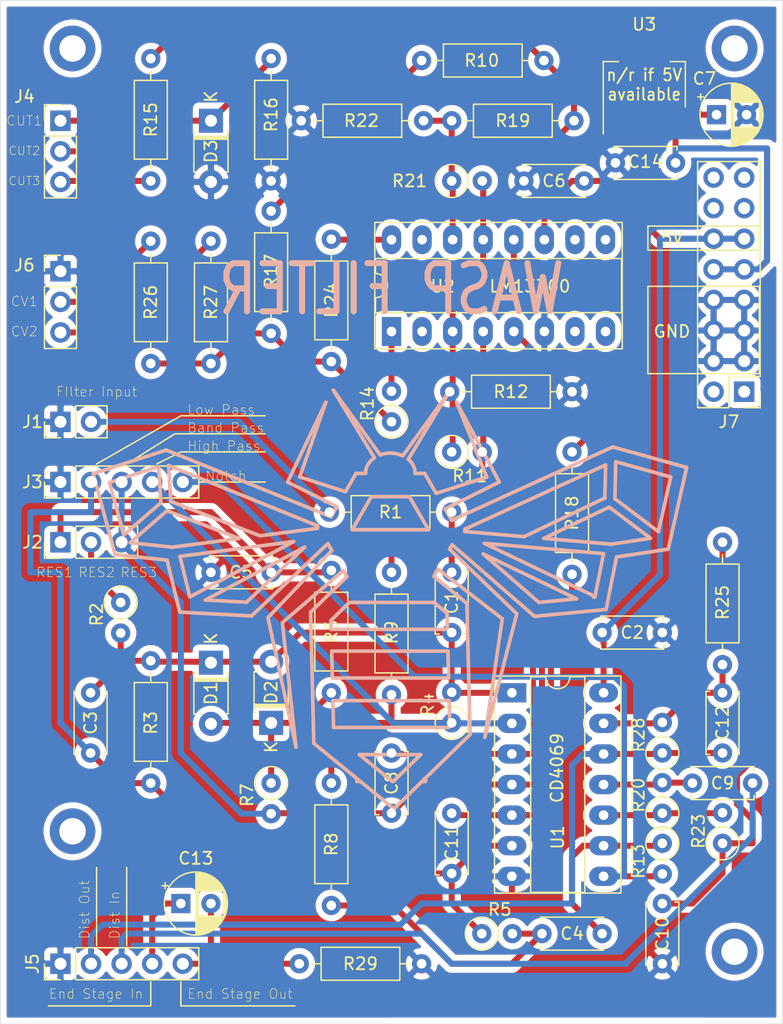
<source format=kicad_pcb>
(kicad_pcb (version 20171130) (host pcbnew 5.1.5)
  (layers (0 F.Cu signal) (31 B.Cu signal) (34 B.Paste user hide) (35 F.Paste user hide) (36 B.SilkS user hide) (37 F.SilkS user) (38 B.Mask user hide) (39 F.Mask user hide) (44 Edge.Cuts user))
  (net 0 "")
  (net 1 "Net-(C1-Pad1)")
  (net 2 "Net-(C1-Pad2)")
  (net 3 GND)
  (net 4 +5V)
  (net 5 /LP)
  (net 6 "Net-(C4-Pad1)")
  (net 7 "Net-(C4-Pad2)")
  (net 8 /RES_1)
  (net 9 "Net-(C8-Pad2)")
  (net 10 /BP)
  (net 11 "Net-(C9-Pad2)")
  (net 12 /DIST_IN)
  (net 13 "Net-(C10-Pad2)")
  (net 14 "Net-(C11-Pad2)")
  (net 15 /DIST_OUT)
  (net 16 "Net-(C12-Pad1)")
  (net 17 /END_STG_IN)
  (net 18 /END_STG_OUT)
  (net 19 "Net-(D1-Pad2)")
  (net 20 /CUT_1)
  (net 21 /FILTER_IN)
  (net 22 /RES_2)
  (net 23 /HP)
  (net 24 /NF)
  (net 25 /CUT_2)
  (net 26 /CUT_3)
  (net 27 "Net-(R11-Pad2)")
  (net 28 "Net-(R10-Pad1)")
  (net 29 "Net-(R14-Pad1)")
  (net 30 "Net-(R14-Pad2)")
  (net 31 "Net-(R18-Pad1)")
  (net 32 "Net-(R19-Pad1)")
  (net 33 "Net-(R20-Pad1)")
  (net 34 "Net-(R24-Pad2)")
  (net 35 /CV1)
  (net 36 /CV2)
  (net 37 "Net-(U2-Pad2)")
  (net 38 "Net-(U2-Pad15)")
  (net 39 "Net-(J7-Pad1)")
  (net 40 "Net-(J7-Pad2)")
  (net 41 "Net-(J7-Pad13)")
  (net 42 "Net-(J7-Pad14)")
  (net 43 "Net-(J7-Pad15)")
  (net 44 "Net-(J7-Pad16)")
  (net 45 +12V)
  (module Resistor_THT:R_Axial_DIN0207_L6.3mm_D2.5mm_P2.54mm_Vertical (layer F.Cu) (at 45 95 270)
    (fp_text reference R2 (at 1 2 90) (layer F.SilkS))
    (fp_text value 33K)
    (pad 2 thru_hole oval (at 2.54 0 270) (size 1.6 1.6) (drill 0.8) (layers *.Cu *.Mask) (net 1 "Net-(C1-Pad1)"))
    (pad 1 thru_hole circle (at 0 0 270) (size 1.6 1.6) (drill 0.8) (layers *.Cu *.Mask) (net 22 /RES_2))
  )
  (module Resistor_THT:R_Axial_DIN0207_L6.3mm_D2.5mm_P2.54mm_Vertical (layer F.Cu) (at 57.5 110 270)
    (fp_text reference R7 (at 1 2 270) (layer F.SilkS))
    (fp_text value 100K)
    (pad 2 thru_hole oval (at 2.54 0 270) (size 1.6 1.6) (drill 0.8) (layers *.Cu *.Mask) (net 10 /BP))
    (pad 1 thru_hole circle (at 0 0 270) (size 1.6 1.6) (drill 0.8) (layers *.Cu *.Mask) (net 19 "Net-(D1-Pad2)"))
  )
  (module Resistor_THT:R_Axial_DIN0207_L6.3mm_D2.5mm_P2.54mm_Vertical (layer F.Cu) (at 90 115 270)
    (fp_text reference R13 (at 1.5 2 90) (layer F.SilkS))
    (fp_text value 100K)
    (pad 2 thru_hole oval (at 2.54 0 270) (size 1.6 1.6) (drill 0.8) (layers *.Cu *.Mask) (net 24 /NF))
    (pad 1 thru_hole circle (at 0 0 270) (size 1.6 1.6) (drill 0.8) (layers *.Cu *.Mask) (net 6 "Net-(C4-Pad1)"))
  )
  (module Resistor_THT:R_Axial_DIN0207_L6.3mm_D2.5mm_P2.54mm_Vertical (layer F.Cu) (at 95 115 90)
    (fp_text reference R23 (at 1 -2 90) (layer F.SilkS))
    (fp_text value 51K)
    (pad 2 thru_hole oval (at 2.54 0 90) (size 1.6 1.6) (drill 0.8) (layers *.Cu *.Mask) (net 33 "Net-(R20-Pad1)"))
    (pad 1 thru_hole circle (at 0 0 90) (size 1.6 1.6) (drill 0.8) (layers *.Cu *.Mask) (net 13 "Net-(C10-Pad2)"))
  )
  (module Resistor_THT:R_Axial_DIN0207_L6.3mm_D2.5mm_P2.54mm_Vertical (layer F.Cu) (at 90 112.5 90)
    (fp_text reference R20 (at 1.5 -2 270) (layer F.SilkS))
    (fp_text value 1M)
    (pad 2 thru_hole oval (at 2.54 0 90) (size 1.6 1.6) (drill 0.8) (layers *.Cu *.Mask) (net 11 "Net-(C9-Pad2)"))
    (pad 1 thru_hole circle (at 0 0 90) (size 1.6 1.6) (drill 0.8) (layers *.Cu *.Mask) (net 33 "Net-(R20-Pad1)"))
  )
  (module Resistor_THT:R_Axial_DIN0207_L6.3mm_D2.5mm_P2.54mm_Vertical (layer F.Cu) (at 90 107.5 90)
    (fp_text reference R28 (at 1.5 -2 90) (layer F.SilkS))
    (fp_text value 33K)
    (pad 2 thru_hole oval (at 2.54 0 90) (size 1.6 1.6) (drill 0.8) (layers *.Cu *.Mask) (net 16 "Net-(C12-Pad1)"))
    (pad 1 thru_hole circle (at 0 0 90) (size 1.6 1.6) (drill 0.8) (layers *.Cu *.Mask) (net 15 /DIST_OUT))
  )
  (module Resistor_THT:R_Axial_DIN0207_L6.3mm_D2.5mm_P2.54mm_Vertical (layer F.Cu) (at 75 122.5)
    (fp_text reference R5 (at 1.5 -2) (layer F.SilkS))
    (fp_text value 100K)
    (pad 2 thru_hole oval (at 2.54 0) (size 1.6 1.6) (drill 0.8) (layers *.Cu *.Mask) (net 7 "Net-(C4-Pad2)"))
    (pad 1 thru_hole circle (at 0 0) (size 1.6 1.6) (drill 0.8) (layers *.Cu *.Mask) (net 5 /LP))
  )
  (module Package_DIP:DIP-14_W7.62mm_Socket_LongPads (layer F.Cu) (at 77.5 102.5)
    (fp_text reference U1 (at 3.81 12 270) (layer F.SilkS))
    (fp_text value 4069)
    (pad 14 thru_hole oval (at 7.62 0) (size 2.4 1.6) (drill 0.8) (layers *.Cu *.Mask) (net 4 +5V))
    (pad 7 thru_hole oval (at 0 15.24) (size 2.4 1.6) (drill 0.8) (layers *.Cu *.Mask) (net 3 GND))
    (pad 13 thru_hole oval (at 7.62 2.54) (size 2.4 1.6) (drill 0.8) (layers *.Cu *.Mask) (net 16 "Net-(C12-Pad1)"))
    (pad 6 thru_hole oval (at 0 12.7) (size 2.4 1.6) (drill 0.8) (layers *.Cu *.Mask) (net 5 /LP))
    (pad 12 thru_hole oval (at 7.62 5.08) (size 2.4 1.6) (drill 0.8) (layers *.Cu *.Mask) (net 15 /DIST_OUT))
    (pad 5 thru_hole oval (at 0 10.16) (size 2.4 1.6) (drill 0.8) (layers *.Cu *.Mask) (net 14 "Net-(C11-Pad2)"))
    (pad 11 thru_hole oval (at 7.62 7.62) (size 2.4 1.6) (drill 0.8) (layers *.Cu *.Mask) (net 11 "Net-(C9-Pad2)"))
    (pad 4 thru_hole oval (at 0 7.62) (size 2.4 1.6) (drill 0.8) (layers *.Cu *.Mask) (net 10 /BP))
    (pad 10 thru_hole oval (at 7.62 10.16) (size 2.4 1.6) (drill 0.8) (layers *.Cu *.Mask) (net 33 "Net-(R20-Pad1)"))
    (pad 3 thru_hole oval (at 0 5.08) (size 2.4 1.6) (drill 0.8) (layers *.Cu *.Mask) (net 9 "Net-(C8-Pad2)"))
    (pad 9 thru_hole oval (at 7.62 12.7) (size 2.4 1.6) (drill 0.8) (layers *.Cu *.Mask) (net 6 "Net-(C4-Pad1)"))
    (pad 2 thru_hole oval (at 0 2.54) (size 2.4 1.6) (drill 0.8) (layers *.Cu *.Mask) (net 23 /HP))
    (pad 8 thru_hole oval (at 7.62 15.24) (size 2.4 1.6) (drill 0.8) (layers *.Cu *.Mask) (net 24 /NF))
    (pad 1 thru_hole rect (at 0 0) (size 2.4 1.6) (drill 0.8) (layers *.Cu *.Mask) (net 1 "Net-(C1-Pad1)"))
  )
  (module Resistor_THT:R_Axial_DIN0207_L6.3mm_D2.5mm_P2.54mm_Vertical (layer F.Cu) (at 72.5 105 90)
    (fp_text reference R4 (at 1.5 -2 270) (layer F.SilkS))
    (fp_text value 33K)
    (pad 2 thru_hole oval (at 2.54 0 90) (size 1.6 1.6) (drill 0.8) (layers *.Cu *.Mask) (net 1 "Net-(C1-Pad1)"))
    (pad 1 thru_hole circle (at 0 0 90) (size 1.6 1.6) (drill 0.8) (layers *.Cu *.Mask) (net 23 /HP))
  )
  (module Resistor_THT:R_Axial_DIN0207_L6.3mm_D2.5mm_P2.54mm_Vertical (layer F.Cu) (at 72.5 82.5)
    (fp_text reference R11 (at 1.5 2) (layer F.SilkS))
    (fp_text value 1K)
    (pad 2 thru_hole oval (at 2.54 0) (size 1.6 1.6) (drill 0.8) (layers *.Cu *.Mask) (net 27 "Net-(R11-Pad2)"))
    (pad 1 thru_hole circle (at 0 0) (size 1.6 1.6) (drill 0.8) (layers *.Cu *.Mask) (net 28 "Net-(R10-Pad1)"))
  )
  (module Resistor_THT:R_Axial_DIN0207_L6.3mm_D2.5mm_P2.54mm_Vertical (layer F.Cu) (at 67.5 80 90)
    (fp_text reference R14 (at 1.5 -2 270) (layer F.SilkS))
    (fp_text value 4K7)
    (pad 2 thru_hole oval (at 2.54 0 90) (size 1.6 1.6) (drill 0.8) (layers *.Cu *.Mask) (net 30 "Net-(R14-Pad2)"))
    (pad 1 thru_hole circle (at 0 0 90) (size 1.6 1.6) (drill 0.8) (layers *.Cu *.Mask) (net 29 "Net-(R14-Pad1)"))
  )
  (module Resistor_THT:R_Axial_DIN0207_L6.3mm_D2.5mm_P2.54mm_Vertical (layer F.Cu) (at 72.5 60)
    (fp_text reference R21 (at -3.5 0) (layer F.SilkS))
    (fp_text value 1K)
    (pad 2 thru_hole oval (at 2.54 0) (size 1.6 1.6) (drill 0.8) (layers *.Cu *.Mask) (net 31 "Net-(R18-Pad1)"))
    (pad 1 thru_hole circle (at 0 0) (size 1.6 1.6) (drill 0.8) (layers *.Cu *.Mask) (net 32 "Net-(R19-Pad1)"))
  )
  (module Capacitor_THT:CP_Radial_D5.0mm_P2.50mm (layer F.Cu) (at 50 120)
    (fp_text reference C13 (at 1.25 -3.75) (layer F.SilkS))
    (fp_text value 10uF)
    (pad 1 thru_hole rect (at 0 0) (size 1.6 1.6) (drill 0.8) (layers *.Cu *.Mask) (net 17 /END_STG_IN))
    (pad 2 thru_hole circle (at 2.5 0) (size 1.6 1.6) (drill 0.8) (layers *.Cu *.Mask) (net 18 /END_STG_OUT))
  )
  (module Diode_THT:D_T-1_P5.08mm_Horizontal (layer F.Cu) (at 52.5 100 270)
    (fp_text reference D1 (at 2.54 0 90) (layer F.SilkS))
    (fp_text value DIODE)
    (fp_text user K (at -2 0 90) (layer F.SilkS))
    (pad 1 thru_hole rect (at 0 0 270) (size 2 2) (drill 1) (layers *.Cu *.Mask) (net 1 "Net-(C1-Pad1)"))
    (pad 2 thru_hole oval (at 5.08 0 270) (size 2 2) (drill 1) (layers *.Cu *.Mask) (net 19 "Net-(D1-Pad2)"))
  )
  (module Diode_THT:D_T-1_P5.08mm_Horizontal (layer F.Cu) (at 57.5 105 90)
    (fp_text reference D2 (at 2.54 0 90) (layer F.SilkS))
    (fp_text value DIODE)
    (fp_text user K (at -2 0 90) (layer F.SilkS))
    (pad 2 thru_hole oval (at 5.08 0 90) (size 2 2) (drill 1) (layers *.Cu *.Mask) (net 1 "Net-(C1-Pad1)"))
    (pad 1 thru_hole rect (at 0 0 90) (size 2 2) (drill 1) (layers *.Cu *.Mask) (net 19 "Net-(D1-Pad2)"))
  )
  (module Diode_THT:D_T-1_P5.08mm_Horizontal (layer F.Cu) (at 52.5 55 270)
    (fp_text reference D3 (at 2.54 0 90) (layer F.SilkS))
    (fp_text value DIODE)
    (fp_text user K (at -2 0 90) (layer F.SilkS))
    (pad 1 thru_hole rect (at 0 0 270) (size 2 2) (drill 1) (layers *.Cu *.Mask) (net 20 /CUT_1))
    (pad 2 thru_hole oval (at 5.08 0 270) (size 2 2) (drill 1) (layers *.Cu *.Mask) (net 3 GND))
  )
  (module Connector_PinHeader_2.54mm:PinHeader_1x03_P2.54mm_Vertical (layer F.Cu) (at 40 90 90)
    (fp_text reference J2 (at 0 -2.33 180) (layer F.SilkS))
    (fp_text value RES_POT)
    (pad 3 thru_hole oval (at 0 5.08 90) (size 1.7 1.7) (drill 1) (layers *.Cu *.Mask) (net 10 /BP))
    (pad 2 thru_hole oval (at 0 2.54 90) (size 1.7 1.7) (drill 1) (layers *.Cu *.Mask) (net 22 /RES_2))
    (pad 1 thru_hole rect (at 0 0 90) (size 1.7 1.7) (drill 1) (layers *.Cu *.Mask) (net 8 /RES_1))
  )
  (module Connector_PinHeader_2.54mm:PinHeader_1x05_P2.54mm_Vertical (layer F.Cu) (at 40 85 90)
    (fp_text reference J3 (at 0 -2.33 180) (layer F.SilkS))
    (fp_text value FLT_MODE_SWT)
    (pad 1 thru_hole rect (at 0 0 90) (size 1.7 1.7) (drill 1) (layers *.Cu *.Mask) (net 3 GND))
    (pad 2 thru_hole oval (at 0 2.54 90) (size 1.7 1.7) (drill 1) (layers *.Cu *.Mask) (net 5 /LP))
    (pad 3 thru_hole oval (at 0 5.08 90) (size 1.7 1.7) (drill 1) (layers *.Cu *.Mask) (net 10 /BP))
    (pad 4 thru_hole oval (at 0 7.62 90) (size 1.7 1.7) (drill 1) (layers *.Cu *.Mask) (net 23 /HP))
    (pad 5 thru_hole oval (at 0 10.16 90) (size 1.7 1.7) (drill 1) (layers *.Cu *.Mask) (net 24 /NF))
  )
  (module Connector_PinHeader_2.54mm:PinHeader_1x03_P2.54mm_Vertical (layer F.Cu) (at 40 55)
    (fp_text reference J4 (at -3 -2) (layer F.SilkS))
    (fp_text value CUT_POT)
    (pad 1 thru_hole rect (at 0 0) (size 1.7 1.7) (drill 1) (layers *.Cu *.Mask) (net 20 /CUT_1))
    (pad 2 thru_hole oval (at 0 2.54) (size 1.7 1.7) (drill 1) (layers *.Cu *.Mask) (net 25 /CUT_2))
    (pad 3 thru_hole oval (at 0 5.08) (size 1.7 1.7) (drill 1) (layers *.Cu *.Mask) (net 26 /CUT_3))
  )
  (module Resistor_THT:R_Axial_DIN0207_L6.3mm_D2.5mm_P10.16mm_Horizontal (layer F.Cu) (at 72.5 87.5 180)
    (fp_text reference R1 (at 5.08 0) (layer F.SilkS))
    (fp_text value 33K)
    (pad 1 thru_hole circle (at 0 0 180) (size 1.6 1.6) (drill 0.8) (layers *.Cu *.Mask) (net 2 "Net-(C1-Pad2)"))
    (pad 2 thru_hole oval (at 10.16 0 180) (size 1.6 1.6) (drill 0.8) (layers *.Cu *.Mask) (net 21 /FILTER_IN))
  )
  (module Resistor_THT:R_Axial_DIN0207_L6.3mm_D2.5mm_P10.16mm_Horizontal (layer F.Cu) (at 47.5 110 90)
    (fp_text reference R3 (at 5 0 90) (layer F.SilkS))
    (fp_text value 33K)
    (pad 2 thru_hole oval (at 10.16 0 90) (size 1.6 1.6) (drill 0.8) (layers *.Cu *.Mask) (net 1 "Net-(C1-Pad1)"))
    (pad 1 thru_hole circle (at 0 0 90) (size 1.6 1.6) (drill 0.8) (layers *.Cu *.Mask) (net 5 /LP))
  )
  (module Resistor_THT:R_Axial_DIN0207_L6.3mm_D2.5mm_P10.16mm_Horizontal (layer F.Cu) (at 62.5 102.5 90)
    (fp_text reference R6 (at 5.08 0 90) (layer F.SilkS))
    (fp_text value 100K)
    (pad 2 thru_hole oval (at 10.16 0 90) (size 1.6 1.6) (drill 0.8) (layers *.Cu *.Mask) (net 8 /RES_1))
    (pad 1 thru_hole circle (at 0 0 90) (size 1.6 1.6) (drill 0.8) (layers *.Cu *.Mask) (net 19 "Net-(D1-Pad2)"))
  )
  (module Resistor_THT:R_Axial_DIN0207_L6.3mm_D2.5mm_P10.16mm_Horizontal (layer F.Cu) (at 62.5 110 270)
    (fp_text reference R8 (at 5.08 0 90) (layer F.SilkS))
    (fp_text value 100K)
    (pad 2 thru_hole oval (at 10.16 0 270) (size 1.6 1.6) (drill 0.8) (layers *.Cu *.Mask) (net 7 "Net-(C4-Pad2)"))
    (pad 1 thru_hole circle (at 0 0 270) (size 1.6 1.6) (drill 0.8) (layers *.Cu *.Mask) (net 23 /HP))
  )
  (module Resistor_THT:R_Axial_DIN0207_L6.3mm_D2.5mm_P10.16mm_Horizontal (layer F.Cu) (at 67.5 92.5 270)
    (fp_text reference R9 (at 5 0 90) (layer F.SilkS))
    (fp_text value 51K)
    (pad 2 thru_hole oval (at 10.16 0 270) (size 1.6 1.6) (drill 0.8) (layers *.Cu *.Mask) (net 23 /HP))
    (pad 1 thru_hole circle (at 0 0 270) (size 1.6 1.6) (drill 0.8) (layers *.Cu *.Mask) (net 27 "Net-(R11-Pad2)"))
  )
  (module Resistor_THT:R_Axial_DIN0207_L6.3mm_D2.5mm_P10.16mm_Horizontal (layer F.Cu) (at 70 50)
    (fp_text reference R10 (at 5 0) (layer F.SilkS))
    (fp_text value 33K)
    (pad 1 thru_hole circle (at 0 0) (size 1.6 1.6) (drill 0.8) (layers *.Cu *.Mask) (net 28 "Net-(R10-Pad1)"))
    (pad 2 thru_hole oval (at 10.16 0) (size 1.6 1.6) (drill 0.8) (layers *.Cu *.Mask) (net 4 +5V))
  )
  (module Resistor_THT:R_Axial_DIN0207_L6.3mm_D2.5mm_P10.16mm_Horizontal (layer F.Cu) (at 82.5 77.5 180)
    (fp_text reference R12 (at 5.08 0) (layer F.SilkS))
    (fp_text value 33K)
    (pad 2 thru_hole oval (at 10.16 0 180) (size 1.6 1.6) (drill 0.8) (layers *.Cu *.Mask) (net 28 "Net-(R10-Pad1)"))
    (pad 1 thru_hole circle (at 0 0 180) (size 1.6 1.6) (drill 0.8) (layers *.Cu *.Mask) (net 3 GND))
  )
  (module Resistor_THT:R_Axial_DIN0207_L6.3mm_D2.5mm_P10.16mm_Horizontal (layer F.Cu) (at 47.5 60 90)
    (fp_text reference R15 (at 5.08 0 90) (layer F.SilkS))
    (fp_text value 1K)
    (pad 1 thru_hole circle (at 0 0 90) (size 1.6 1.6) (drill 0.8) (layers *.Cu *.Mask) (net 26 /CUT_3))
    (pad 2 thru_hole oval (at 10.16 0 90) (size 1.6 1.6) (drill 0.8) (layers *.Cu *.Mask) (net 4 +5V))
  )
  (module Resistor_THT:R_Axial_DIN0207_L6.3mm_D2.5mm_P10.16mm_Horizontal (layer F.Cu) (at 57.5 60 90)
    (fp_text reference R16 (at 5.5 0 90) (layer F.SilkS))
    (fp_text value 1K)
    (pad 1 thru_hole circle (at 0 0 90) (size 1.6 1.6) (drill 0.8) (layers *.Cu *.Mask) (net 3 GND))
    (pad 2 thru_hole oval (at 10.16 0 90) (size 1.6 1.6) (drill 0.8) (layers *.Cu *.Mask) (net 20 /CUT_1))
  )
  (module Resistor_THT:R_Axial_DIN0207_L6.3mm_D2.5mm_P10.16mm_Horizontal (layer F.Cu) (at 57.5 62.5 270)
    (fp_text reference R17 (at 5 0 90) (layer F.SilkS))
    (fp_text value 1K)
    (pad 2 thru_hole oval (at 10.16 0 270) (size 1.6 1.6) (drill 0.8) (layers *.Cu *.Mask) (net 29 "Net-(R14-Pad1)"))
    (pad 1 thru_hole circle (at 0 0 270) (size 1.6 1.6) (drill 0.8) (layers *.Cu *.Mask) (net 25 /CUT_2))
  )
  (module Resistor_THT:R_Axial_DIN0207_L6.3mm_D2.5mm_P10.16mm_Horizontal (layer F.Cu) (at 82.5 82.5 270)
    (fp_text reference R18 (at 5.08 0 90) (layer F.SilkS))
    (fp_text value 51K)
    (pad 1 thru_hole circle (at 0 0 270) (size 1.6 1.6) (drill 0.8) (layers *.Cu *.Mask) (net 31 "Net-(R18-Pad1)"))
    (pad 2 thru_hole oval (at 10.16 0 270) (size 1.6 1.6) (drill 0.8) (layers *.Cu *.Mask) (net 10 /BP))
  )
  (module Resistor_THT:R_Axial_DIN0207_L6.3mm_D2.5mm_P10.16mm_Horizontal (layer F.Cu) (at 72.5 55)
    (fp_text reference R19 (at 5.08 0) (layer F.SilkS))
    (fp_text value 33K)
    (pad 2 thru_hole oval (at 10.16 0) (size 1.6 1.6) (drill 0.8) (layers *.Cu *.Mask) (net 4 +5V))
    (pad 1 thru_hole circle (at 0 0) (size 1.6 1.6) (drill 0.8) (layers *.Cu *.Mask) (net 32 "Net-(R19-Pad1)"))
  )
  (module Resistor_THT:R_Axial_DIN0207_L6.3mm_D2.5mm_P10.16mm_Horizontal (layer F.Cu) (at 60 55)
    (fp_text reference R22 (at 5 0) (layer F.SilkS))
    (fp_text value 33K)
    (pad 2 thru_hole oval (at 10.16 0) (size 1.6 1.6) (drill 0.8) (layers *.Cu *.Mask) (net 32 "Net-(R19-Pad1)"))
    (pad 1 thru_hole circle (at 0 0) (size 1.6 1.6) (drill 0.8) (layers *.Cu *.Mask) (net 3 GND))
  )
  (module Resistor_THT:R_Axial_DIN0207_L6.3mm_D2.5mm_P10.16mm_Horizontal (layer F.Cu) (at 62.5 75 90)
    (fp_text reference R24 (at 5.08 0 90) (layer F.SilkS))
    (fp_text value 4K7)
    (pad 1 thru_hole circle (at 0 0 90) (size 1.6 1.6) (drill 0.8) (layers *.Cu *.Mask) (net 29 "Net-(R14-Pad1)"))
    (pad 2 thru_hole oval (at 10.16 0 90) (size 1.6 1.6) (drill 0.8) (layers *.Cu *.Mask) (net 34 "Net-(R24-Pad2)"))
  )
  (module Resistor_THT:R_Axial_DIN0207_L6.3mm_D2.5mm_P10.16mm_Horizontal (layer F.Cu) (at 95 90 270)
    (fp_text reference R25 (at 5 0 90) (layer F.SilkS))
    (fp_text value 100K)
    (pad 1 thru_hole circle (at 0 0 270) (size 1.6 1.6) (drill 0.8) (layers *.Cu *.Mask) (net 13 "Net-(C10-Pad2)"))
    (pad 2 thru_hole oval (at 10.16 0 270) (size 1.6 1.6) (drill 0.8) (layers *.Cu *.Mask) (net 16 "Net-(C12-Pad1)"))
  )
  (module Resistor_THT:R_Axial_DIN0207_L6.3mm_D2.5mm_P10.16mm_Horizontal (layer F.Cu) (at 47.5 65 270)
    (fp_text reference R26 (at 5.08 0 90) (layer F.SilkS))
    (fp_text value 10K)
    (pad 2 thru_hole oval (at 10.16 0 270) (size 1.6 1.6) (drill 0.8) (layers *.Cu *.Mask) (net 29 "Net-(R14-Pad1)"))
    (pad 1 thru_hole circle (at 0 0 270) (size 1.6 1.6) (drill 0.8) (layers *.Cu *.Mask) (net 35 /CV1))
  )
  (module Resistor_THT:R_Axial_DIN0207_L6.3mm_D2.5mm_P10.16mm_Horizontal (layer F.Cu) (at 52.5 65 270)
    (fp_text reference R27 (at 5.08 0 90) (layer F.SilkS))
    (fp_text value 10K)
    (pad 1 thru_hole circle (at 0 0 270) (size 1.6 1.6) (drill 0.8) (layers *.Cu *.Mask) (net 36 /CV2))
    (pad 2 thru_hole oval (at 10.16 0 270) (size 1.6 1.6) (drill 0.8) (layers *.Cu *.Mask) (net 29 "Net-(R14-Pad1)"))
  )
  (module Resistor_THT:R_Axial_DIN0207_L6.3mm_D2.5mm_P10.16mm_Horizontal (layer F.Cu) (at 70 125 180)
    (fp_text reference R29 (at 5.08 0) (layer F.SilkS))
    (fp_text value 33K)
    (pad 2 thru_hole oval (at 10.16 0 180) (size 1.6 1.6) (drill 0.8) (layers *.Cu *.Mask) (net 18 /END_STG_OUT))
    (pad 1 thru_hole circle (at 0 0 180) (size 1.6 1.6) (drill 0.8) (layers *.Cu *.Mask) (net 3 GND))
  )
  (module Package_DIP:DIP-16_W7.62mm_Socket_LongPads (layer F.Cu) (at 67.5 72.5 90)
    (fp_text reference U2 (at 3.75 4.25 180) (layer F.SilkS))
    (fp_text value LM13700)
    (pad 1 thru_hole rect (at 0 0 90) (size 2.4 1.6) (drill 0.8) (layers *.Cu *.Mask) (net 30 "Net-(R14-Pad2)"))
    (pad 9 thru_hole oval (at 7.62 17.78 90) (size 2.4 1.6) (drill 0.8) (layers *.Cu *.Mask))
    (pad 2 thru_hole oval (at 0 2.54 90) (size 2.4 1.6) (drill 0.8) (layers *.Cu *.Mask) (net 37 "Net-(U2-Pad2)"))
    (pad 10 thru_hole oval (at 7.62 15.24 90) (size 2.4 1.6) (drill 0.8) (layers *.Cu *.Mask))
    (pad 3 thru_hole oval (at 0 5.08 90) (size 2.4 1.6) (drill 0.8) (layers *.Cu *.Mask) (net 28 "Net-(R10-Pad1)"))
    (pad 11 thru_hole oval (at 7.62 12.7 90) (size 2.4 1.6) (drill 0.8) (layers *.Cu *.Mask) (net 4 +5V))
    (pad 4 thru_hole oval (at 0 7.62 90) (size 2.4 1.6) (drill 0.8) (layers *.Cu *.Mask) (net 27 "Net-(R11-Pad2)"))
    (pad 12 thru_hole oval (at 7.62 10.16 90) (size 2.4 1.6) (drill 0.8) (layers *.Cu *.Mask) (net 14 "Net-(C11-Pad2)"))
    (pad 5 thru_hole oval (at 0 10.16 90) (size 2.4 1.6) (drill 0.8) (layers *.Cu *.Mask) (net 9 "Net-(C8-Pad2)"))
    (pad 13 thru_hole oval (at 7.62 7.62 90) (size 2.4 1.6) (drill 0.8) (layers *.Cu *.Mask) (net 31 "Net-(R18-Pad1)"))
    (pad 6 thru_hole oval (at 0 12.7 90) (size 2.4 1.6) (drill 0.8) (layers *.Cu *.Mask) (net 3 GND))
    (pad 14 thru_hole oval (at 7.62 5.08 90) (size 2.4 1.6) (drill 0.8) (layers *.Cu *.Mask) (net 32 "Net-(R19-Pad1)"))
    (pad 7 thru_hole oval (at 0 15.24 90) (size 2.4 1.6) (drill 0.8) (layers *.Cu *.Mask))
    (pad 15 thru_hole oval (at 7.62 2.54 90) (size 2.4 1.6) (drill 0.8) (layers *.Cu *.Mask) (net 38 "Net-(U2-Pad15)"))
    (pad 8 thru_hole oval (at 0 17.78 90) (size 2.4 1.6) (drill 0.8) (layers *.Cu *.Mask))
    (pad 16 thru_hole oval (at 7.62 0 90) (size 2.4 1.6) (drill 0.8) (layers *.Cu *.Mask) (net 34 "Net-(R24-Pad2)"))
  )
  (module Capacitor_THT:C_Disc_D5.0mm_W2.5mm_P5.00mm (layer F.Cu) (at 72.5 97.5 90)
    (fp_text reference C1 (at 2.5 0 90) (layer F.SilkS))
    (fp_text value 220n)
    (pad 2 thru_hole circle (at 5 0 90) (size 1.6 1.6) (drill 0.8) (layers *.Cu *.Mask) (net 2 "Net-(C1-Pad2)"))
    (pad 1 thru_hole circle (at 0 0 90) (size 1.6 1.6) (drill 0.8) (layers *.Cu *.Mask) (net 1 "Net-(C1-Pad1)"))
  )
  (module Capacitor_THT:C_Disc_D5.0mm_W2.5mm_P5.00mm (layer F.Cu) (at 90 97.5 180)
    (fp_text reference C2 (at 2.5 0) (layer F.SilkS))
    (fp_text value 100n)
    (pad 1 thru_hole circle (at 0 0 180) (size 1.6 1.6) (drill 0.8) (layers *.Cu *.Mask) (net 3 GND))
    (pad 2 thru_hole circle (at 5 0 180) (size 1.6 1.6) (drill 0.8) (layers *.Cu *.Mask) (net 4 +5V))
  )
  (module Capacitor_THT:C_Disc_D5.0mm_W2.5mm_P5.00mm (layer F.Cu) (at 42.5 107.5 90)
    (fp_text reference C3 (at 2.5 0 90) (layer F.SilkS))
    (fp_text value 68p)
    (pad 2 thru_hole circle (at 5 0 90) (size 1.6 1.6) (drill 0.8) (layers *.Cu *.Mask) (net 1 "Net-(C1-Pad1)"))
    (pad 1 thru_hole circle (at 0 0 90) (size 1.6 1.6) (drill 0.8) (layers *.Cu *.Mask) (net 5 /LP))
  )
  (module Capacitor_THT:C_Disc_D5.0mm_W2.5mm_P5.00mm (layer F.Cu) (at 85 122.5 180)
    (fp_text reference C4 (at 2.5 0) (layer F.SilkS))
    (fp_text value 220n)
    (pad 1 thru_hole circle (at 0 0 180) (size 1.6 1.6) (drill 0.8) (layers *.Cu *.Mask) (net 6 "Net-(C4-Pad1)"))
    (pad 2 thru_hole circle (at 5 0 180) (size 1.6 1.6) (drill 0.8) (layers *.Cu *.Mask) (net 7 "Net-(C4-Pad2)"))
  )
  (module Capacitor_THT:C_Disc_D5.0mm_W2.5mm_P5.00mm (layer F.Cu) (at 52.5 92.5)
    (fp_text reference C5 (at 2.5 0) (layer F.SilkS))
    (fp_text value 220n)
    (pad 1 thru_hole circle (at 0 0) (size 1.6 1.6) (drill 0.8) (layers *.Cu *.Mask) (net 3 GND))
    (pad 2 thru_hole circle (at 5 0) (size 1.6 1.6) (drill 0.8) (layers *.Cu *.Mask) (net 8 /RES_1))
  )
  (module Capacitor_THT:C_Disc_D5.0mm_W2.5mm_P5.00mm (layer F.Cu) (at 78.5 60)
    (fp_text reference C6 (at 2.5 0) (layer F.SilkS))
    (fp_text value 100n)
    (pad 2 thru_hole circle (at 5 0) (size 1.6 1.6) (drill 0.8) (layers *.Cu *.Mask) (net 4 +5V))
    (pad 1 thru_hole circle (at 0 0) (size 1.6 1.6) (drill 0.8) (layers *.Cu *.Mask) (net 3 GND))
  )
  (module Capacitor_THT:C_Disc_D5.0mm_W2.5mm_P5.00mm (layer F.Cu) (at 67.5 112.5 90)
    (fp_text reference C8 (at 2.5 0 90) (layer F.SilkS))
    (fp_text value 1n)
    (pad 2 thru_hole circle (at 5 0 90) (size 1.6 1.6) (drill 0.8) (layers *.Cu *.Mask) (net 9 "Net-(C8-Pad2)"))
    (pad 1 thru_hole circle (at 0 0 90) (size 1.6 1.6) (drill 0.8) (layers *.Cu *.Mask) (net 10 /BP))
  )
  (module Capacitor_THT:C_Disc_D5.0mm_W2.5mm_P5.00mm (layer F.Cu) (at 97.5 110 180)
    (fp_text reference C9 (at 2.5 0) (layer F.SilkS))
    (fp_text value 100n)
    (pad 2 thru_hole circle (at 5 0 180) (size 1.6 1.6) (drill 0.8) (layers *.Cu *.Mask) (net 11 "Net-(C9-Pad2)"))
    (pad 1 thru_hole circle (at 0 0 180) (size 1.6 1.6) (drill 0.8) (layers *.Cu *.Mask) (net 12 /DIST_IN))
  )
  (module Capacitor_THT:C_Disc_D5.0mm_W2.5mm_P5.00mm (layer F.Cu) (at 90 125 90)
    (fp_text reference C10 (at 2.5 0 90) (layer F.SilkS))
    (fp_text value 1n)
    (pad 1 thru_hole circle (at 0 0 90) (size 1.6 1.6) (drill 0.8) (layers *.Cu *.Mask) (net 3 GND))
    (pad 2 thru_hole circle (at 5 0 90) (size 1.6 1.6) (drill 0.8) (layers *.Cu *.Mask) (net 13 "Net-(C10-Pad2)"))
  )
  (module Capacitor_THT:C_Disc_D5.0mm_W2.5mm_P5.00mm (layer F.Cu) (at 72.5 117.5 90)
    (fp_text reference C11 (at 2.5 0 90) (layer F.SilkS))
    (fp_text value 1n)
    (pad 1 thru_hole circle (at 0 0 90) (size 1.6 1.6) (drill 0.8) (layers *.Cu *.Mask) (net 5 /LP))
    (pad 2 thru_hole circle (at 5 0 90) (size 1.6 1.6) (drill 0.8) (layers *.Cu *.Mask) (net 14 "Net-(C11-Pad2)"))
  )
  (module Capacitor_THT:C_Disc_D5.0mm_W2.5mm_P5.00mm (layer F.Cu) (at 95 102.5 270)
    (fp_text reference C12 (at 2.5 0 90) (layer F.SilkS))
    (fp_text value 1n)
    (pad 2 thru_hole circle (at 5 0 270) (size 1.6 1.6) (drill 0.8) (layers *.Cu *.Mask) (net 15 /DIST_OUT))
    (pad 1 thru_hole circle (at 0 0 270) (size 1.6 1.6) (drill 0.8) (layers *.Cu *.Mask) (net 16 "Net-(C12-Pad1)"))
  )
  (module Connector_PinHeader_2.54mm:PinHeader_1x03_P2.54mm_Vertical (layer F.Cu) (at 40 67.5)
    (fp_text reference J6 (at -3 -0.5) (layer F.SilkS))
    (fp_text value CV)
    (pad 1 thru_hole rect (at 0 0) (size 1.7 1.7) (drill 1) (layers *.Cu *.Mask) (net 3 GND))
    (pad 2 thru_hole oval (at 0 2.54) (size 1.7 1.7) (drill 1) (layers *.Cu *.Mask) (net 35 /CV1))
    (pad 3 thru_hole oval (at 0 5.08) (size 1.7 1.7) (drill 1) (layers *.Cu *.Mask) (net 36 /CV2))
  )
  (module Capacitor_THT:CP_Radial_D5.0mm_P2.50mm (layer F.Cu) (at 94.5 54.5)
    (fp_text reference C7 (at -1 -3 180) (layer F.SilkS))
    (fp_text value 47uF)
    (pad 1 thru_hole rect (at 0 0) (size 1.6 1.6) (drill 0.8) (layers *.Cu *.Mask) (net 4 +5V))
    (pad 2 thru_hole circle (at 2.5 0) (size 1.6 1.6) (drill 0.8) (layers *.Cu *.Mask) (net 3 GND))
  )
  (module Connector_PinHeader_2.54mm:PinHeader_2x08_P2.54mm_Vertical (layer F.Cu) (at 96.8 77.5 180)
    (fp_text reference J7 (at 1.27 -2.5) (layer F.SilkS))
    (fp_text value Eurorack_16_pin)
    (pad 1 thru_hole rect (at 0 0 180) (size 1.7 1.7) (drill 1) (layers *.Cu *.Mask) (net 39 "Net-(J7-Pad1)"))
    (pad 2 thru_hole oval (at 2.54 0 180) (size 1.7 1.7) (drill 1) (layers *.Cu *.Mask) (net 40 "Net-(J7-Pad2)"))
    (pad 3 thru_hole oval (at 0 2.54 180) (size 1.7 1.7) (drill 1) (layers *.Cu *.Mask) (net 3 GND))
    (pad 4 thru_hole oval (at 2.54 2.54 180) (size 1.7 1.7) (drill 1) (layers *.Cu *.Mask) (net 3 GND))
    (pad 5 thru_hole oval (at 0 5.08 180) (size 1.7 1.7) (drill 1) (layers *.Cu *.Mask) (net 3 GND))
    (pad 6 thru_hole oval (at 2.54 5.08 180) (size 1.7 1.7) (drill 1) (layers *.Cu *.Mask) (net 3 GND))
    (pad 7 thru_hole oval (at 0 7.62 180) (size 1.7 1.7) (drill 1) (layers *.Cu *.Mask) (net 3 GND))
    (pad 8 thru_hole oval (at 2.54 7.62 180) (size 1.7 1.7) (drill 1) (layers *.Cu *.Mask) (net 3 GND))
    (pad 9 thru_hole oval (at 0 10.16 180) (size 1.7 1.7) (drill 1) (layers *.Cu *.Mask) (net 45 +12V))
    (pad 10 thru_hole oval (at 2.54 10.16 180) (size 1.7 1.7) (drill 1) (layers *.Cu *.Mask) (net 45 +12V))
    (pad 11 thru_hole oval (at 0 12.7 180) (size 1.7 1.7) (drill 1) (layers *.Cu *.Mask) (net 4 +5V))
    (pad 12 thru_hole oval (at 2.54 12.7 180) (size 1.7 1.7) (drill 1) (layers *.Cu *.Mask) (net 4 +5V))
    (pad 13 thru_hole oval (at 0 15.24 180) (size 1.7 1.7) (drill 1) (layers *.Cu *.Mask) (net 41 "Net-(J7-Pad13)"))
    (pad 14 thru_hole oval (at 2.54 15.24 180) (size 1.7 1.7) (drill 1) (layers *.Cu *.Mask) (net 42 "Net-(J7-Pad14)"))
    (pad 15 thru_hole oval (at 0 17.78 180) (size 1.7 1.7) (drill 1) (layers *.Cu *.Mask) (net 43 "Net-(J7-Pad15)"))
    (pad 16 thru_hole oval (at 2.54 17.78 180) (size 1.7 1.7) (drill 1) (layers *.Cu *.Mask) (net 44 "Net-(J7-Pad16)"))
  )
  (module MountingHole:MountingHole_2.2mm_M2_DIN965_Pad (layer F.Cu) (at 41 114)
    (fp_text reference H1 (at 0 0) (layer F.SilkS))
    (fp_text value MountingHole)
    (pad 1 thru_hole circle (at 0 0) (size 3.8 3.8) (drill 2.2) (layers *.Cu *.Mask))
  )
  (module MountingHole:MountingHole_2.2mm_M2_DIN965_Pad (layer F.Cu) (at 41 49)
    (fp_text reference H2 (at 0 0) (layer F.SilkS))
    (fp_text value MountingHole)
    (pad 1 thru_hole circle (at 0 0) (size 3.8 3.8) (drill 2.2) (layers *.Cu *.Mask))
  )
  (module Connector_PinHeader_2.54mm:PinHeader_1x02_P2.54mm_Vertical (layer F.Cu) (at 40 80 90)
    (fp_text reference J1 (at 0 -2.33 180) (layer F.SilkS))
    (fp_text value INPUT_SWT)
    (pad 1 thru_hole rect (at 0 0 90) (size 1.7 1.7) (drill 1) (layers *.Cu *.Mask) (net 3 GND))
    (pad 2 thru_hole oval (at 0 2.54 90) (size 1.7 1.7) (drill 1) (layers *.Cu *.Mask) (net 21 /FILTER_IN))
  )
  (module MountingHole:MountingHole_2.2mm_M2_DIN965_Pad (layer F.Cu) (at 96 49)
    (fp_text reference H3 (at 0 0) (layer F.SilkS))
    (fp_text value MountingHole)
    (pad 1 thru_hole circle (at 0 0) (size 3.8 3.8) (drill 2.2) (layers *.Cu *.Mask))
  )
  (module MountingHole:MountingHole_2.2mm_M2_DIN965_Pad (layer F.Cu) (at 96 124)
    (fp_text reference H4 (at 0 0) (layer F.SilkS))
    (fp_text value MountingHole)
    (pad 1 thru_hole circle (at 0 0) (size 3.8 3.8) (drill 2.2) (layers *.Cu *.Mask))
  )
  (module Capacitor_THT:C_Disc_D5.0mm_W2.5mm_P5.00mm (layer F.Cu) (at 86.1 58.5)
    (fp_text reference C14 (at 2.5 -0.1) (layer F.SilkS))
    (fp_text value 100n)
    (pad 1 thru_hole circle (at 0 0) (size 1.6 1.6) (drill 0.8) (layers *.Cu *.Mask) (net 3 GND))
    (pad 2 thru_hole circle (at 5 0) (size 1.6 1.6) (drill 0.8) (layers *.Cu *.Mask) (net 45 +12V))
  )
  (module Package_TO_SOT_SMD:SOT-223-3_TabPin2 (layer F.Cu) (at 88.5 52 90)
    (fp_text reference U3 (at 5 0 180) (layer F.SilkS))
    (fp_text value AMS1117-5.0)
    (pad 2 smd rect (at 3.15 0 90) (size 2 3.8) (layers F.Cu F.Paste F.Mask) (net 4 +5V))
    (pad 2 smd rect (at -3.15 0 90) (size 2 1.5) (layers F.Cu F.Paste F.Mask) (net 4 +5V))
    (pad 3 smd rect (at -3.15 2.3 90) (size 2 1.5) (layers F.Cu F.Paste F.Mask) (net 45 +12V))
    (pad 1 smd rect (at -3.15 -2.3 90) (size 2 1.5) (layers F.Cu F.Paste F.Mask) (net 3 GND))
  )
  (module Connector_PinHeader_2.54mm:PinHeader_1x05_P2.54mm_Vertical (layer F.Cu) (at 40 125 90)
    (fp_text reference J5 (at 0 -2.33 90) (layer F.SilkS))
    (fp_text value OUT_SWT)
    (pad 1 thru_hole rect (at 0 0 90) (size 1.7 1.7) (drill 1) (layers *.Cu *.Mask) (net 3 GND))
    (pad 2 thru_hole oval (at 0 2.54 90) (size 1.7 1.7) (drill 1) (layers *.Cu *.Mask) (net 15 /DIST_OUT))
    (pad 3 thru_hole oval (at 0 5.08 90) (size 1.7 1.7) (drill 1) (layers *.Cu *.Mask) (net 12 /DIST_IN))
    (pad 4 thru_hole oval (at 0 7.62 90) (size 1.7 1.7) (drill 1) (layers *.Cu *.Mask) (net 17 /END_STG_IN))
    (pad 5 thru_hole oval (at 0 10.16 90) (size 1.7 1.7) (drill 1) (layers *.Cu *.Mask) (net 18 /END_STG_OUT))
  )
  (gr_line (start 45.5 123.5) (end 45.5 117) (layer F.SilkS) (width 0.12))
  (gr_line (start 43 123.5) (end 43 117) (layer F.SilkS) (width 0.12))
  (gr_text "n/r if 5V\navailable" (at 88.5 52) (layer F.SilkS) (effects (font (size 1 0.9))))
  (gr_text "WASP FILTER" (at 67.5 69) (layer B.SilkS) (effects (font (size 4 3) (thickness 0.5)) (justify mirror)))
  (gr_line (start 62.583847 101.269978) (end 62.528707 99.040603) (layer B.SilkS) (width 0.3))
  (gr_line (start 42.717446 84.30969) (end 44.537986 91.019405) (layer B.SilkS) (width 0.3))
  (gr_line (start 72.341661 105.273963) (end 72.233076 105.380114) (layer B.SilkS) (width 0.3))
  (gr_line (start 48.855025 91.487504) (end 49.908308 95.804544) (layer B.SilkS) (width 0.3))
  (gr_line (start 62.667137 77.374868) (end 66.081102 82.9854) (layer B.SilkS) (width 0.3))
  (gr_line (start 72.907551 78.373298) (end 75.411351 84.587925) (layer B.SilkS) (width 0.3))
  (gr_curve (pts (xy 69.457073 84.236877) (xy 69.457073 83.798939) (xy 69.240221 83.402277) (xy 68.889067 83.10859)) (layer B.SilkS) (width 0.3))
  (gr_line (start 71.958228 87.236611) (end 76.072808 85.188422) (layer B.SilkS) (width 0.3))
  (gr_line (start 49.168926 86.610396) (end 48.975452 83.628654) (layer B.SilkS) (width 0.3))
  (gr_line (start 85.883116 82.089311) (end 72.503057 88.180325) (layer B.SilkS) (width 0.3))
  (gr_curve (pts (xy 65.350219 84.236877) (xy 65.350219 84.253387) (xy 65.352653 84.269368) (xy 65.353288 84.285878)) (layer B.SilkS) (width 0.3))
  (gr_line (start 62.960189 87.044101) (end 62.469547 87.893729) (layer B.SilkS) (width 0.3))
  (gr_curve (pts (xy 66.081102 82.9854) (xy 65.634487 83.285649) (xy 65.350219 83.734593) (xy 65.350219 84.236877)) (layer B.SilkS) (width 0.3))
  (gr_line (start 45.786065 90.033569) (end 48.852665 87.384248) (layer B.SilkS) (width 0.3))
  (gr_line (start 73.585518 88.912267) (end 85.284947 83.586109) (layer B.SilkS) (width 0.3))
  (gr_line (start 64.915245 109.861935) (end 64.621558 109.621799) (layer B.SilkS) (width 0.3))
  (gr_line (start 71.020546 92.834654) (end 71.370748 92.228125) (layer B.SilkS) (width 0.3))
  (gr_line (start 75.411351 84.587925) (end 71.208294 85.937933) (layer B.SilkS) (width 0.3))
  (gr_line (start 65.819695 86.219132) (end 68.987386 86.219132) (layer B.SilkS) (width 0.3))
  (gr_line (start 73.594302 89.110704) (end 73.585518 88.912267) (layer B.SilkS) (width 0.3))
  (gr_line (start 62.528707 99.040603) (end 72.187251 99.040603) (layer B.SilkS) (width 0.3))
  (gr_line (start 78.511309 89.536365) (end 73.594302 89.110704) (layer B.SilkS) (width 0.3))
  (gr_line (start 85.224728 86.330256) (end 78.511309 89.536365) (layer B.SilkS) (width 0.3))
  (gr_line (start 85.284947 83.586109) (end 85.224728 86.330256) (layer B.SilkS) (width 0.3))
  (gr_curve (pts (xy 68.435466 82.822841) (xy 68.132043 82.681871) (xy 67.780147 82.599638) (xy 67.403593 82.599638)) (layer B.SilkS) (width 0.3))
  (gr_line (start 89.674905 89.118959) (end 86.059434 86.391745) (layer B.SilkS) (width 0.3))
  (gr_line (start 70.038944 109.861935) (end 70.329562 109.861935) (layer B.SilkS) (width 0.3))
  (gr_line (start 70.329562 109.577985) (end 70.038944 109.861935) (layer B.SilkS) (width 0.3))
  (gr_line (start 64.621558 109.621799) (end 64.621558 109.861935) (layer B.SilkS) (width 0.3))
  (gr_line (start 70.329562 109.861935) (end 70.329562 109.577985) (layer B.SilkS) (width 0.3))
  (gr_line (start 64.621558 109.861935) (end 64.915245 109.861935) (layer B.SilkS) (width 0.3))
  (gr_line (start 48.975241 90.379432) (end 45.786065 90.033569) (layer B.SilkS) (width 0.3))
  (gr_line (start 92.021226 83.791743) (end 85.883116 82.089311) (layer B.SilkS) (width 0.3))
  (gr_line (start 60.776005 95.812905) (end 61.045774 106.696784) (layer B.SilkS) (width 0.3))
  (gr_line (start 61.045774 106.696784) (end 64.621558 109.621799) (layer B.SilkS) (width 0.3))
  (gr_curve (pts (xy 67.403593 82.599638) (xy 67.100593 82.599638) (xy 66.813891 82.653402) (xy 66.554917 82.747276)) (layer B.SilkS) (width 0.3))
  (gr_line (start 62.216288 90.114849) (end 62.544371 90.683173) (layer B.SilkS) (width 0.3))
  (gr_line (start 72.187251 99.040603) (end 72.24239 101.269978) (layer B.SilkS) (width 0.3))
  (gr_line (start 72.503057 88.180325) (end 71.958228 87.236611) (layer B.SilkS) (width 0.3))
  (gr_line (start 82.873857 94.697847) (end 79.748922 94.995979) (layer B.SilkS) (width 0.3))
  (gr_line (start 63.799975 92.857938) (end 60.776005 95.812905) (layer B.SilkS) (width 0.3))
  (gr_line (start 65.353288 84.285878) (end 64.55266 84.285878) (layer B.SilkS) (width 0.3))
  (gr_curve (pts (xy 69.453898 84.285878) (xy 69.454533 84.269368) (xy 69.457073 84.253387) (xy 69.457073 84.236877)) (layer B.SilkS) (width 0.3))
  (gr_line (start 48.852665 87.384248) (end 54.834533 89.6894) (layer B.SilkS) (width 0.3))
  (gr_line (start 62.469547 87.893729) (end 62.469547 87.88558) (layer B.SilkS) (width 0.3))
  (gr_line (start 54.834533 89.6894) (end 49.270833 90.411499) (layer B.SilkS) (width 0.3))
  (gr_line (start 76.703256 96.353183) (end 75.26255 106.192912) (layer B.SilkS) (width 0.3))
  (gr_line (start 84.397113 94.552644) (end 84.291703 94.562698) (layer B.SilkS) (width 0.3))
  (gr_line (start 56.573689 89.463658) (end 49.168926 86.610396) (layer B.SilkS) (width 0.3))
  (gr_line (start 70.571179 88.962432) (end 64.235902 88.962432) (layer B.SilkS) (width 0.3))
  (gr_line (start 67.704371 112.143496) (end 70.038944 109.861935) (layer B.SilkS) (width 0.3))
  (gr_line (start 64.55266 84.285878) (end 63.676785 85.802996) (layer B.SilkS) (width 0.3))
  (gr_line (start 62.630519 103.150844) (end 72.289062 103.150844) (layer B.SilkS) (width 0.3))
  (gr_line (start 72.10904 95.885083) (end 72.142377 97.229375) (layer B.SilkS) (width 0.3))
  (gr_line (start 62.685764 105.380114) (end 62.630519 103.150844) (layer B.SilkS) (width 0.3))
  (gr_line (start 50.746168 94.536028) (end 49.937867 91.223345) (layer B.SilkS) (width 0.3))
  (gr_line (start 72.24239 101.269978) (end 62.583847 101.269978) (layer B.SilkS) (width 0.3))
  (gr_line (start 55.457679 94.978728) (end 52.030971 94.799341) (layer B.SilkS) (width 0.3))
  (gr_line (start 76.278124 84.664549) (end 72.907551 78.373298) (layer B.SilkS) (width 0.3))
  (gr_line (start 61.355018 88.636995) (end 61.355018 88.843158) (layer B.SilkS) (width 0.3))
  (gr_line (start 86.196064 91.225568) (end 90.489079 90.573212) (layer B.SilkS) (width 0.3))
  (gr_line (start 62.483728 97.229375) (end 62.465631 96.499444) (layer B.SilkS) (width 0.3))
  (gr_line (start 69.928137 107.632666) (end 67.646903 109.861935) (layer B.SilkS) (width 0.3))
  (gr_line (start 63.502267 92.342425) (end 63.799975 92.857938) (layer B.SilkS) (width 0.3))
  (gr_line (start 72.377856 77.374868) (end 68.435466 82.822841) (layer B.SilkS) (width 0.3))
  (gr_line (start 72.537346 90.207559) (end 79.378717 96.151041) (layer B.SilkS) (width 0.3))
  (gr_line (start 60.288749 90.404937) (end 55.457679 94.978728) (layer B.SilkS) (width 0.3))
  (gr_line (start 68.889067 83.10859) (end 72.377856 77.374868) (layer B.SilkS) (width 0.3))
  (gr_line (start 84.291703 94.562698) (end 84.335095 94.47221) (layer B.SilkS) (width 0.3))
  (gr_line (start 67.555781 109.861935) (end 64.83079 107.632666) (layer B.SilkS) (width 0.3))
  (gr_line (start 49.908308 95.804544) (end 55.876884 96.116751) (layer B.SilkS) (width 0.3))
  (gr_line (start 71.370748 92.228125) (end 76.703256 96.353183) (layer B.SilkS) (width 0.3))
  (gr_line (start 58.864341 85.005119) (end 59.232535 85.188422) (layer B.SilkS) (width 0.3))
  (gr_line (start 64.621558 109.621799) (end 64.915245 109.861935) (layer B.SilkS) (width 0.3))
  (gr_line (start 48.777015 82.346168) (end 42.717446 84.30969) (layer B.SilkS) (width 0.3))
  (gr_line (start 57.237686 96.265447) (end 57.293989 96.525691) (layer B.SilkS) (width 0.3))
  (gr_line (start 59.875789 84.582104) (end 62.049389 78.373298) (layer B.SilkS) (width 0.3))
  (gr_line (start 63.676785 85.802996) (end 59.875789 84.582104) (layer B.SilkS) (width 0.3))
  (gr_line (start 62.544371 90.683173) (end 57.461311 96.030286) (layer B.SilkS) (width 0.3))
  (gr_line (start 70.038944 109.861935) (end 70.329562 109.577985) (layer B.SilkS) (width 0.3))
  (gr_line (start 62.469547 87.88558) (end 48.777015 82.346168) (layer B.SilkS) (width 0.3))
  (gr_line (start 59.564639 107.017246) (end 58.43286 96.669095) (layer B.SilkS) (width 0.3))
  (gr_line (start 45.25111 89.391056) (end 44.071367 85.04269) (layer B.SilkS) (width 0.3))
  (gr_line (start 84.335095 94.47221) (end 75.209421 90.089661) (layer B.SilkS) (width 0.3))
  (gr_line (start 62.465631 96.499444) (end 64 95) (layer B.SilkS) (width 0.3))
  (gr_line (start 57.293989 96.525691) (end 59.564639 107.017246) (layer B.SilkS) (width 0.3))
  (gr_line (start 72.142377 97.229375) (end 62.483728 97.229375) (layer B.SilkS) (width 0.3))
  (gr_line (start 48.338591 86.723955) (end 45.25111 89.391056) (layer B.SilkS) (width 0.3))
  (gr_line (start 66.554917 82.747276) (end 62.667137 77.374868) (layer B.SilkS) (width 0.3))
  (gr_line (start 86.059434 86.391745) (end 86.127273 83.313695) (layer B.SilkS) (width 0.3))
  (gr_line (start 76.456453 84.997499) (end 76.278124 84.664549) (layer B.SilkS) (width 0.3))
  (gr_line (start 73.761518 95.076835) (end 71.020546 92.834654) (layer B.SilkS) (width 0.3))
  (gr_line (start 75.26255 106.192912) (end 77.834612 96.223749) (layer B.SilkS) (width 0.3))
  (gr_line (start 85.587947 87.083259) (end 89.016517 89.669503) (layer B.SilkS) (width 0.3))
  (gr_line (start 48.975452 83.628654) (end 61.355018 88.636995) (layer B.SilkS) (width 0.3))
  (gr_line (start 48.143752 83.723057) (end 48.338591 86.723955) (layer B.SilkS) (width 0.3))
  (gr_line (start 70.254314 84.285878) (end 69.453898 84.285878) (layer B.SilkS) (width 0.3))
  (gr_line (start 72.324834 90.575646) (end 72.537346 90.207559) (layer B.SilkS) (width 0.3))
  (gr_line (start 79.378717 96.151041) (end 85.32855 95.583564) (layer B.SilkS) (width 0.3))
  (gr_line (start 80.153628 89.678499) (end 85.587947 87.083259) (layer B.SilkS) (width 0.3))
  (gr_line (start 59.020234 84.680529) (end 58.864341 85.005119) (layer B.SilkS) (width 0.3))
  (gr_line (start 85.672825 90.156335) (end 80.153628 89.678499) (layer B.SilkS) (width 0.3))
  (gr_line (start 52.030971 94.799341) (end 60.288749 90.404937) (layer B.SilkS) (width 0.3))
  (gr_line (start 85.671026 90.17782) (end 85.672825 90.156335) (layer B.SilkS) (width 0.3))
  (gr_line (start 57.461311 96.030286) (end 57.237686 96.265447) (layer B.SilkS) (width 0.3))
  (gr_line (start 71.208294 85.937933) (end 70.254314 84.285878) (layer B.SilkS) (width 0.3))
  (gr_line (start 86.028425 90.123633) (end 85.671026 90.17782) (layer B.SilkS) (width 0.3))
  (gr_line (start 85.102808 91.007975) (end 84.397113 94.552644) (layer B.SilkS) (width 0.3))
  (gr_line (start 59.232535 85.188422) (end 62.960189 87.044101) (layer B.SilkS) (width 0.3))
  (gr_line (start 90.699687 84.581999) (end 89.674905 89.118959) (layer B.SilkS) (width 0.3))
  (gr_line (start 77.654378 95.697546) (end 72.324834 90.575646) (layer B.SilkS) (width 0.3))
  (gr_line (start 86.127273 83.313695) (end 90.699687 84.581999) (layer B.SilkS) (width 0.3))
  (gr_line (start 64.915245 109.861935) (end 67.704371 112.143496) (layer B.SilkS) (width 0.3))
  (gr_line (start 89.016517 89.669503) (end 86.028425 90.123633) (layer B.SilkS) (width 0.3))
  (gr_line (start 44.071367 85.04269) (end 48.143752 83.723057) (layer B.SilkS) (width 0.3))
  (gr_line (start 79.748922 94.995979) (end 75.118511 90.973367) (layer B.SilkS) (width 0.3))
  (gr_line (start 90.489079 90.573212) (end 92.021226 83.791743) (layer B.SilkS) (width 0.3))
  (gr_line (start 85.114979 90.947121) (end 85.102808 91.007975) (layer B.SilkS) (width 0.3))
  (gr_line (start 76.072808 85.188422) (end 76.456453 84.997499) (layer B.SilkS) (width 0.3))
  (gr_line (start 75.209421 90.089661) (end 85.114979 90.947121) (layer B.SilkS) (width 0.3))
  (gr_line (start 44.537986 91.019405) (end 48.855025 91.487504) (layer B.SilkS) (width 0.3))
  (gr_line (start 67.646903 109.861935) (end 67.555781 109.861935) (layer B.SilkS) (width 0.3))
  (gr_line (start 55.876884 96.116751) (end 62.216288 90.114849) (layer B.SilkS) (width 0.3))
  (gr_line (start 64.83079 107.632666) (end 69.928137 107.632666) (layer B.SilkS) (width 0.3))
  (gr_line (start 49.92485 91.169582) (end 59.377843 89.942658) (layer B.SilkS) (width 0.3))
  (gr_line (start 68.987386 86.219132) (end 70.571179 88.962432) (layer B.SilkS) (width 0.3))
  (gr_line (start 72.289062 103.150844) (end 72.341661 105.273963) (layer B.SilkS) (width 0.3))
  (gr_line (start 72.233076 105.380114) (end 62.685764 105.380114) (layer B.SilkS) (width 0.3))
  (gr_line (start 49.937867 91.223345) (end 49.92485 91.169582) (layer B.SilkS) (width 0.3))
  (gr_line (start 75.118511 90.973367) (end 82.873857 94.697847) (layer B.SilkS) (width 0.3))
  (gr_line (start 49.270833 90.411499) (end 48.975241 90.379432) (layer B.SilkS) (width 0.3))
  (gr_line (start 77.834612 96.223749) (end 77.907425 95.940857) (layer B.SilkS) (width 0.3))
  (gr_line (start 64.235902 88.962432) (end 65.819695 86.219132) (layer B.SilkS) (width 0.3))
  (gr_line (start 77.907425 95.940857) (end 77.654378 95.697546) (layer B.SilkS) (width 0.3))
  (gr_line (start 62.049389 78.373298) (end 59.020234 84.680529) (layer B.SilkS) (width 0.3))
  (gr_line (start 74.030969 105.960608) (end 73.761518 95.076835) (layer B.SilkS) (width 0.3))
  (gr_line (start 85.32855 95.583564) (end 86.196064 91.225568) (layer B.SilkS) (width 0.3))
  (gr_line (start 58.43286 96.669095) (end 63.502267 92.342425) (layer B.SilkS) (width 0.3))
  (gr_line (start 59.377843 89.942658) (end 50.746168 94.536028) (layer B.SilkS) (width 0.3))
  (gr_line (start 71.027214 95) (end 72.10904 95.885083) (layer B.SilkS) (width 0.3))
  (gr_line (start 70.329562 109.577985) (end 74.030969 105.960608) (layer B.SilkS) (width 0.3))
  (gr_line (start 61.355018 88.843158) (end 56.573689 89.463658) (layer B.SilkS) (width 0.3))
  (gr_line (start 64 95) (end 71.027214 95) (layer B.SilkS) (width 0.3))
  (gr_line (start 98.05 76) (end 98.05 68.75) (layer F.SilkS) (width 0.12))
  (gr_line (start 88.8 76) (end 98.05 76) (layer F.SilkS) (width 0.12))
  (gr_line (start 88.8 68.75) (end 88.8 76) (layer F.SilkS) (width 0.12))
  (gr_line (start 98.05 68.75) (end 88.8 68.75) (layer F.SilkS) (width 0.12))
  (gr_line (start 98.05 63.75) (end 88.8 63.75) (layer F.SilkS) (width 0.12))
  (gr_line (start 98.05 65.75) (end 98.05 63.75) (layer F.SilkS) (width 0.12))
  (gr_line (start 88.8 65.75) (end 98.05 65.75) (layer F.SilkS) (width 0.12))
  (gr_line (start 88.8 63.75) (end 88.8 65.75) (layer F.SilkS) (width 0.12))
  (gr_text GND (at 90.8 72.5) (layer F.SilkS) (effects (font (size 1 1))))
  (gr_text 5V (at 90.8 64.75) (layer F.SilkS) (effects (font (size 1 1))))
  (gr_text CD4069 (at 81.25 108.75 90) (layer F.SilkS) (effects (font (size 1 1))))
  (gr_text LM13700 (at 79 68.75) (layer F.SilkS) (effects (font (size 1 1))))
  (gr_text CUT3 (at 37 60) (layer F.SilkS) (effects (font (size 0.7 0.7) (thickness 0.05))))
  (gr_text CUT2 (at 37 57.5) (layer F.SilkS) (effects (font (size 0.7 0.7) (thickness 0.05))))
  (gr_text CUT1 (at 37 55) (layer F.SilkS) (effects (font (size 0.8 0.8) (thickness 0.05))))
  (gr_text RES3 (at 46.5 92.5) (layer F.SilkS) (effects (font (size 0.8 0.8) (thickness 0.05))))
  (gr_text RES2 (at 43 92.5) (layer F.SilkS) (effects (font (size 0.8 0.8) (thickness 0.05))))
  (gr_text RES1 (at 39.5 92.5) (layer F.SilkS) (effects (font (size 0.8 0.8) (thickness 0.05))))
  (gr_text CV2 (at 37 72.5) (layer F.SilkS) (effects (font (size 0.8 0.8) (thickness 0.05))))
  (gr_text CV1 (at 37 70) (layer F.SilkS) (effects (font (size 0.8 0.8) (thickness 0.05))))
  (gr_text "FIlter Input" (at 43 77.5) (layer F.SilkS) (effects (font (size 0.8 0.8) (thickness 0.05))))
  (gr_line (start 50 128.5) (end 59.5 128.5) (layer F.SilkS) (width 0.12))
  (gr_line (start 50 126.5) (end 50 128.5) (layer F.SilkS) (width 0.12))
  (gr_line (start 47.5 128.5) (end 39 128.5) (layer F.SilkS) (width 0.12))
  (gr_line (start 47.5 126.5) (end 47.5 128.5) (layer F.SilkS) (width 0.12))
  (gr_text "End Stage Out" (at 50.5 127.5) (layer F.SilkS) (effects (font (size 0.8 0.8) (thickness 0.05)) (justify left)))
  (gr_text "End Stage In" (at 39 127.5) (layer F.SilkS) (effects (font (size 0.8 0.8) (thickness 0.05)) (justify left)))
  (gr_line (start 51.5 85) (end 57 85) (layer F.SilkS) (width 0.12))
  (gr_line (start 50 82.5) (end 48 83.5) (layer F.SilkS) (width 0.12))
  (gr_line (start 57 82.5) (end 50 82.5) (layer F.SilkS) (width 0.12))
  (gr_line (start 49.5 81) (end 57 81) (layer F.SilkS) (width 0.12))
  (gr_line (start 45.5 83.5) (end 49.5 81) (layer F.SilkS) (width 0.12))
  (gr_line (start 50 79.5) (end 57 79.5) (layer F.SilkS) (width 0.12))
  (gr_line (start 43 83.5) (end 50 79.5) (layer F.SilkS) (width 0.12))
  (gr_text Notch (at 52 84.5) (layer F.SilkS) (effects (font (size 0.8 0.8) (thickness 0.05)) (justify left)))
  (gr_text "High Pass" (at 50.5 82) (layer F.SilkS) (effects (font (size 0.8 0.8) (thickness 0.05)) (justify left)))
  (gr_text "Band Pass" (at 50.5 80.5) (layer F.SilkS) (effects (font (size 0.8 0.8) (thickness 0.05)) (justify left)))
  (gr_text "Low Pass" (at 50.5 79) (layer F.SilkS) (effects (font (size 0.8 0.8) (thickness 0.05)) (justify left)))
  (gr_text "Dist In" (at 44.5 123 90) (layer F.SilkS) (effects (font (size 0.8 0.8) (thickness 0.05)) (justify left)))
  (gr_text "Dist Out" (at 42 123 90) (layer F.SilkS) (effects (font (size 0.8 0.8) (thickness 0.05)) (justify left)))
  (gr_text "WASP FIlter Clone 0.2 layout by zero.emission\nschematics from schmitzbitz.de" (at 80.4 128) (layer F.Cu) (effects (font (size 0.7 0.7) (thickness 0.08))))
  (gr_line (start 100 130) (end 35 130) (layer Edge.Cuts) (width 0.05))
  (gr_line (start 100 45) (end 100 130) (layer Edge.Cuts) (width 0.05))
  (gr_line (start 35 45) (end 100 45) (layer Edge.Cuts) (width 0.05))
  (gr_line (start 35 130) (end 35 45) (layer Edge.Cuts) (width 0.05))
  (segment (start 72.54 102.5) (end 72.5 102.46) (width 0.5) (layer F.Cu) (net 1))
  (segment (start 77.5 102.5) (end 72.54 102.5) (width 0.5) (layer F.Cu) (net 1))
  (segment (start 59.92 97.5) (end 57.5 99.92) (width 0.5) (layer F.Cu) (net 1))
  (segment (start 72.5 97.5) (end 59.92 97.5) (width 0.5) (layer F.Cu) (net 1))
  (segment (start 47.58 99.92) (end 47.5 99.84) (width 0.5) (layer F.Cu) (net 1))
  (segment (start 57.5 99.92) (end 47.58 99.92) (width 0.5) (layer F.Cu) (net 1))
  (segment (start 45.16 99.84) (end 42.5 102.5) (width 0.5) (layer F.Cu) (net 1))
  (segment (start 47.5 99.84) (end 45.16 99.84) (width 0.5) (layer F.Cu) (net 1))
  (segment (start 45 99.68) (end 45 97.54) (width 0.5) (layer F.Cu) (net 1))
  (segment (start 45.16 99.84) (end 45 99.68) (width 0.5) (layer F.Cu) (net 1))
  (segment (start 72.5 102.46) (end 72.5 97.5) (width 0.5) (layer F.Cu) (net 1))
  (segment (start 72.5 92.5) (end 72.5 87.5) (width 0.5) (layer F.Cu) (net 2))
  (segment (start 80.2 75.2) (end 82.5 77.5) (width 0.5) (layer F.Cu) (net 3))
  (segment (start 80.2 72.5) (end 80.2 75.2) (width 0.5) (layer F.Cu) (net 3))
  (segment (start 80.2 57.46) (end 82.66 55) (width 0.5) (layer F.Cu) (net 4))
  (segment (start 80.2 64.88) (end 80.2 57.46) (width 0.5) (layer F.Cu) (net 4))
  (segment (start 82.66 52.5) (end 80.16 50) (width 0.5) (layer F.Cu) (net 4))
  (segment (start 82.66 55) (end 82.66 52.5) (width 0.5) (layer F.Cu) (net 4))
  (segment (start 77.66 47.5) (end 80.16 50) (width 0.5) (layer F.Cu) (net 4))
  (segment (start 47.5 49.84) (end 49.84 47.5) (width 0.5) (layer F.Cu) (net 4))
  (segment (start 49.84 47.5) (end 57.084002 47.5) (width 0.5) (layer F.Cu) (net 4))
  (segment (start 57.084002 47.5) (end 77.5 47.5) (width 0.5) (layer F.Cu) (net 4))
  (segment (start 80.2 64.88) (end 80.2 62.3) (width 0.5) (layer F.Cu) (net 4))
  (segment (start 80.2 62.3) (end 82.5 60) (width 0.5) (layer F.Cu) (net 4))
  (segment (start 85.12 97.62) (end 85 97.5) (width 0.5) (layer F.Cu) (net 4))
  (segment (start 85.12 102.5) (end 85.12 97.62) (width 0.5) (layer F.Cu) (net 4))
  (segment (start 85 60) (end 82.5 60) (width 0.5) (layer F.Cu) (net 4))
  (segment (start 87.2 95.3) (end 85 97.5) (width 0.5) (layer B.Cu) (net 4))
  (segment (start 88.5 56.15) (end 88.5 63.5) (width 0.5) (layer F.Cu) (net 4))
  (segment (start 89.8 64.8) (end 88.5 63.5) (width 0.5) (layer F.Cu) (net 4))
  (segment (start 88.5 63.5) (end 85 60) (width 0.5) (layer F.Cu) (net 4))
  (segment (start 96.8 64.8) (end 89.8 64.8) (width 0.5) (layer F.Cu) (net 4))
  (segment (start 96.8 64.8) (end 89.8 64.8) (width 0.5) (layer B.Cu) (net 4))
  (segment (start 89.8 92.7) (end 87.2 95.3) (width 0.5) (layer B.Cu) (net 4))
  (segment (start 89.8 64.8) (end 89.8 92.7) (width 0.5) (layer B.Cu) (net 4))
  (segment (start 92.2 53.5) (end 88.5 53.5) (width 0.5) (layer F.Cu) (net 4))
  (segment (start 88.5 56.15) (end 88.5 53.5) (width 0.5) (layer F.Cu) (net 4))
  (segment (start 93.2 54.5) (end 94.5 54.5) (width 0.5) (layer F.Cu) (net 4))
  (segment (start 92.2 53.5) (end 93.2 54.5) (width 0.5) (layer F.Cu) (net 4))
  (segment (start 88.5 53.5) (end 88.5 48.85) (width 0.5) (layer F.Cu) (net 4))
  (segment (start 74.8 115.2) (end 72.5 117.5) (width 0.5) (layer F.Cu) (net 5))
  (segment (start 77.5 115.2) (end 74.8 115.2) (width 0.5) (layer F.Cu) (net 5))
  (segment (start 72.5 120) (end 75 122.5) (width 0.5) (layer F.Cu) (net 5))
  (segment (start 72.5 117.5) (end 72.5 120) (width 0.5) (layer F.Cu) (net 5))
  (segment (start 55 117.5) (end 47.5 110) (width 0.5) (layer F.Cu) (net 5))
  (segment (start 72.5 117.5) (end 55 117.5) (width 0.5) (layer F.Cu) (net 5))
  (segment (start 47.5 110) (end 45 110) (width 0.5) (layer F.Cu) (net 5))
  (segment (start 45 110) (end 42.5 107.5) (width 0.5) (layer F.Cu) (net 5))
  (segment (start 42.54 85) (end 42.54 87.46) (width 0.5) (layer B.Cu) (net 5))
  (segment (start 42.54 87.46) (end 42.5 87.5) (width 0.5) (layer B.Cu) (net 5))
  (segment (start 42.5 87.5) (end 37.5 87.5) (width 0.5) (layer B.Cu) (net 5))
  (segment (start 37.5 87.5) (end 37.5 92.5) (width 0.5) (layer B.Cu) (net 5))
  (segment (start 37.5 92.5) (end 40 92.5) (width 0.5) (layer B.Cu) (net 5))
  (segment (start 40 92.5) (end 40 105) (width 0.5) (layer B.Cu) (net 5))
  (segment (start 40 105) (end 42.5 107.5) (width 0.5) (layer B.Cu) (net 5))
  (segment (start 83.42 115.2) (end 82.5 116.12) (width 0.5) (layer F.Cu) (net 6))
  (segment (start 85.12 115.2) (end 83.42 115.2) (width 0.5) (layer F.Cu) (net 6))
  (segment (start 82.5 120) (end 85 122.5) (width 0.5) (layer F.Cu) (net 6))
  (segment (start 82.5 116.12) (end 82.5 120) (width 0.5) (layer F.Cu) (net 6))
  (segment (start 89.8 115.2) (end 90 115) (width 0.5) (layer F.Cu) (net 6))
  (segment (start 85.12 115.2) (end 89.8 115.2) (width 0.5) (layer F.Cu) (net 6))
  (segment (start 77.54 122.5) (end 80 122.5) (width 0.5) (layer F.Cu) (net 7))
  (segment (start 62.5 120.16) (end 67.66 120.16) (width 0.5) (layer F.Cu) (net 7))
  (segment (start 77.54 124.96) (end 80 122.5) (width 0.5) (layer F.Cu) (net 7))
  (segment (start 67.66 120.16) (end 72.5 125) (width 0.5) (layer F.Cu) (net 7))
  (segment (start 77.5 125) (end 77.54 124.96) (width 0.5) (layer F.Cu) (net 7))
  (segment (start 72.5 125) (end 77.5 125) (width 0.5) (layer F.Cu) (net 7))
  (segment (start 57.5 92.5) (end 62.5 92.5) (width 0.5) (layer F.Cu) (net 8))
  (segment (start 40 90) (end 40 87.5) (width 0.5) (layer F.Cu) (net 8))
  (segment (start 40 87.5) (end 52.5 87.5) (width 0.5) (layer F.Cu) (net 8))
  (segment (start 52.5 87.5) (end 57.5 92.5) (width 0.5) (layer F.Cu) (net 8))
  (segment (start 67.58 107.58) (end 67.5 107.5) (width 0.5) (layer F.Cu) (net 9))
  (segment (start 77.5 107.58) (end 67.58 107.58) (width 0.5) (layer F.Cu) (net 9))
  (segment (start 79.2 107.58) (end 77.5 107.58) (width 0.5) (layer F.Cu) (net 9))
  (segment (start 79.24999 107.53001) (end 79.2 107.58) (width 0.5) (layer F.Cu) (net 9))
  (segment (start 79.24999 74.08999) (end 79.24999 107.53001) (width 0.5) (layer F.Cu) (net 9))
  (segment (start 77.66 72.5) (end 79.24999 74.08999) (width 0.5) (layer F.Cu) (net 9))
  (segment (start 69.88 110.12) (end 67.5 112.5) (width 0.5) (layer F.Cu) (net 10))
  (segment (start 77.5 110.12) (end 69.88 110.12) (width 0.5) (layer F.Cu) (net 10))
  (segment (start 57.54 112.5) (end 57.5 112.54) (width 0.5) (layer F.Cu) (net 10))
  (segment (start 67.5 112.5) (end 57.54 112.5) (width 0.5) (layer F.Cu) (net 10))
  (segment (start 45.08 85) (end 45.08 90) (width 0.5) (layer B.Cu) (net 10))
  (segment (start 57.5 112.54) (end 55.04 112.54) (width 0.5) (layer B.Cu) (net 10))
  (segment (start 55.04 112.54) (end 50 107.5) (width 0.5) (layer B.Cu) (net 10))
  (segment (start 50 107.5) (end 50 95) (width 0.5) (layer B.Cu) (net 10))
  (segment (start 50 95) (end 45 90) (width 0.5) (layer B.Cu) (net 10))
  (segment (start 80 109.32) (end 79.2 110.12) (width 0.5) (layer F.Cu) (net 10))
  (segment (start 80 97.5) (end 80 109.32) (width 0.5) (layer F.Cu) (net 10))
  (segment (start 79.2 110.12) (end 77.5 110.12) (width 0.5) (layer F.Cu) (net 10))
  (segment (start 82.5 95) (end 80 97.5) (width 0.5) (layer F.Cu) (net 10))
  (segment (start 82.5 92.66) (end 82.5 95) (width 0.5) (layer F.Cu) (net 10))
  (segment (start 89.84 110.12) (end 90 109.96) (width 0.5) (layer F.Cu) (net 11))
  (segment (start 85.12 110.12) (end 89.84 110.12) (width 0.5) (layer F.Cu) (net 11))
  (segment (start 92.46 109.96) (end 92.5 110) (width 0.5) (layer F.Cu) (net 11))
  (segment (start 90 109.96) (end 92.46 109.96) (width 0.5) (layer F.Cu) (net 11))
  (segment (start 65.38 122.5) (end 45.5 122.5) (width 0.5) (layer B.Cu) (net 12))
  (segment (start 97.5 110) (end 97.5 114.424002) (width 0.5) (layer B.Cu) (net 12))
  (segment (start 72.5 125) (end 70 122.5) (width 0.5) (layer B.Cu) (net 12))
  (segment (start 72.5 125) (end 87 125) (width 0.5) (layer B.Cu) (net 12))
  (segment (start 87 124.924002) (end 97.5 114.424002) (width 0.5) (layer B.Cu) (net 12))
  (segment (start 87 125) (end 87 124.924002) (width 0.5) (layer B.Cu) (net 12))
  (segment (start 97.5 115) (end 95 115) (width 0.5) (layer F.Cu) (net 13))
  (segment (start 96.199999 111.735997) (end 97.5 113.035998) (width 0.5) (layer F.Cu) (net 13))
  (segment (start 97.5 113.035998) (end 97.5 115) (width 0.5) (layer F.Cu) (net 13))
  (segment (start 95 90) (end 95 95) (width 0.5) (layer F.Cu) (net 13))
  (segment (start 95 95) (end 97.5 97.5) (width 0.5) (layer F.Cu) (net 13))
  (segment (start 97.5 97.5) (end 97.5 108.075998) (width 0.5) (layer F.Cu) (net 13))
  (segment (start 96.199999 109.375999) (end 96.199999 111.735997) (width 0.5) (layer F.Cu) (net 13))
  (segment (start 97.5 108.075998) (end 96.199999 109.375999) (width 0.5) (layer F.Cu) (net 13))
  (segment (start 95 115) (end 95 117.5) (width 0.5) (layer F.Cu) (net 13))
  (segment (start 95 117.5) (end 92.5 120) (width 0.5) (layer F.Cu) (net 13))
  (segment (start 90 120) (end 92.5 120) (width 0.5) (layer F.Cu) (net 13))
  (segment (start 72.66 112.66) (end 72.5 112.5) (width 0.5) (layer F.Cu) (net 14))
  (segment (start 77.5 112.66) (end 72.66 112.66) (width 0.5) (layer F.Cu) (net 14))
  (segment (start 80.750009 111.109991) (end 79.2 112.66) (width 0.5) (layer F.Cu) (net 14))
  (segment (start 80.750009 97.810665) (end 80.750009 111.109991) (width 0.5) (layer F.Cu) (net 14))
  (segment (start 79.2 112.66) (end 77.5 112.66) (width 0.5) (layer F.Cu) (net 14))
  (segment (start 88.25001 90.310664) (end 80.750009 97.810665) (width 0.5) (layer F.Cu) (net 14))
  (segment (start 88.25001 69.689336) (end 88.25001 90.310664) (width 0.5) (layer F.Cu) (net 14))
  (segment (start 87.810664 69.24999) (end 88.25001 69.689336) (width 0.5) (layer F.Cu) (net 14))
  (segment (start 80.32999 69.24999) (end 87.810664 69.24999) (width 0.5) (layer F.Cu) (net 14))
  (segment (start 77.66 66.58) (end 80.32999 69.24999) (width 0.5) (layer F.Cu) (net 14))
  (segment (start 77.66 64.88) (end 77.66 66.58) (width 0.5) (layer F.Cu) (net 14))
  (segment (start 89.92 107.58) (end 90 107.5) (width 0.5) (layer F.Cu) (net 15))
  (segment (start 85.12 107.58) (end 89.92 107.58) (width 0.5) (layer F.Cu) (net 15))
  (segment (start 90 107.5) (end 95 107.5) (width 0.5) (layer F.Cu) (net 15))
  (segment (start 45.08 125) (end 45 125) (width 0.5) (layer B.Cu) (net 12))
  (segment (start 89.92 105.04) (end 90 104.96) (width 0.5) (layer F.Cu) (net 16))
  (segment (start 85.12 105.04) (end 89.92 105.04) (width 0.5) (layer F.Cu) (net 16))
  (segment (start 92.46 102.5) (end 90 104.96) (width 0.5) (layer F.Cu) (net 16))
  (segment (start 95 102.5) (end 92.46 102.5) (width 0.5) (layer F.Cu) (net 16))
  (segment (start 95 102.5) (end 95 100.16) (width 0.5) (layer F.Cu) (net 16))
  (segment (start 50 124.84) (end 50.16 125) (width 0.5) (layer F.Cu) (net 18))
  (segment (start 52.7 120.2) (end 52.5 120) (width 0.5) (layer F.Cu) (net 18))
  (segment (start 57.5 110) (end 57.5 105) (width 0.5) (layer F.Cu) (net 19))
  (segment (start 52.58 105) (end 52.5 105.08) (width 0.5) (layer F.Cu) (net 19))
  (segment (start 57.5 105) (end 52.58 105) (width 0.5) (layer F.Cu) (net 19))
  (segment (start 52.42 105) (end 52.5 105.08) (width 0.5) (layer F.Cu) (net 19))
  (segment (start 60 105) (end 62.5 102.5) (width 0.5) (layer F.Cu) (net 19))
  (segment (start 57.5 105) (end 60 105) (width 0.5) (layer F.Cu) (net 19))
  (segment (start 52.5 55) (end 57.5 50) (width 0.5) (layer F.Cu) (net 20))
  (segment (start 42.5 55) (end 52.5 55) (width 0.5) (layer F.Cu) (net 20))
  (segment (start 40 55) (end 42.5 55) (width 0.5) (layer F.Cu) (net 20))
  (segment (start 61.540001 86.700001) (end 62.34 87.5) (width 0.5) (layer B.Cu) (net 21))
  (segment (start 42.54 80) (end 54.84 80) (width 0.5) (layer B.Cu) (net 21))
  (segment (start 54.84 80) (end 61.540001 86.700001) (width 0.5) (layer B.Cu) (net 21))
  (segment (start 42.54 90) (end 42.54 92.54) (width 0.5) (layer F.Cu) (net 22))
  (segment (start 42.54 92.54) (end 45 95) (width 0.5) (layer F.Cu) (net 22))
  (segment (start 45.08 122.92) (end 45.5 122.5) (width 0.5) (layer B.Cu) (net 12))
  (segment (start 45.08 125) (end 45.08 122.92) (width 0.5) (layer B.Cu) (net 12))
  (segment (start 65.38 122.5) (end 70 122.5) (width 0.5) (layer B.Cu) (net 12))
  (segment (start 83.42 107.58) (end 85.12 107.58) (width 0.5) (layer B.Cu) (net 15))
  (segment (start 42.54 122.70999) (end 43.5 121.74999) (width 0.5) (layer B.Cu) (net 15))
  (segment (start 82.5 108.5) (end 83.42 107.58) (width 0.5) (layer B.Cu) (net 15))
  (segment (start 42.54 125) (end 42.54 122.70999) (width 0.5) (layer B.Cu) (net 15))
  (segment (start 43.5 121.74999) (end 68.25001 121.74999) (width 0.5) (layer B.Cu) (net 15))
  (segment (start 68.25001 121.74999) (end 70 120) (width 0.5) (layer B.Cu) (net 15))
  (segment (start 82.5 120) (end 82.5 108.5) (width 0.5) (layer B.Cu) (net 15))
  (segment (start 70 120) (end 82.5 120) (width 0.5) (layer B.Cu) (net 15))
  (segment (start 48.7 120) (end 50 120) (width 0.5) (layer F.Cu) (net 17))
  (segment (start 47.62 121.08) (end 48.7 120) (width 0.5) (layer F.Cu) (net 17))
  (segment (start 47.62 125) (end 47.62 121.08) (width 0.5) (layer F.Cu) (net 17))
  (segment (start 52.5 120) (end 52.5 125) (width 0.5) (layer F.Cu) (net 18))
  (segment (start 50.16 125) (end 52.5 125) (width 0.5) (layer F.Cu) (net 18))
  (segment (start 52.5 125) (end 59.84 125) (width 0.5) (layer F.Cu) (net 18))
  (segment (start 72.54 105.04) (end 72.5 105) (width 0.5) (layer F.Cu) (net 23))
  (segment (start 77.5 105.04) (end 72.54 105.04) (width 0.5) (layer F.Cu) (net 23))
  (segment (start 67.5 102.66) (end 67.5 105) (width 0.5) (layer F.Cu) (net 23))
  (segment (start 72.5 105) (end 67.5 105) (width 0.5) (layer F.Cu) (net 23))
  (segment (start 67.5 105) (end 62.5 105) (width 0.5) (layer F.Cu) (net 23))
  (segment (start 62.5 110) (end 62.5 105) (width 0.5) (layer F.Cu) (net 23))
  (segment (start 75.8 105.04) (end 77.5 105.04) (width 0.5) (layer B.Cu) (net 23))
  (segment (start 67.66 105.04) (end 75.8 105.04) (width 0.5) (layer B.Cu) (net 23))
  (segment (start 47.62 85) (end 67.66 105.04) (width 0.5) (layer B.Cu) (net 23))
  (segment (start 85.12 117.74) (end 89.76 117.74) (width 0.5) (layer F.Cu) (net 24))
  (segment (start 86.82001 117.73999) (end 86.82 117.74) (width 0.5) (layer B.Cu) (net 24))
  (segment (start 86.82001 101.961519) (end 86.82001 117.73999) (width 0.5) (layer B.Cu) (net 24))
  (segment (start 86.058481 101.19999) (end 86.82001 101.961519) (width 0.5) (layer B.Cu) (net 24))
  (segment (start 79.099992 101.19999) (end 86.058481 101.19999) (width 0.5) (layer B.Cu) (net 24))
  (segment (start 86.82 117.74) (end 85.12 117.74) (width 0.5) (layer B.Cu) (net 24))
  (segment (start 79.060001 101.159999) (end 79.099992 101.19999) (width 0.5) (layer B.Cu) (net 24))
  (segment (start 69.395997 101.159999) (end 79.060001 101.159999) (width 0.5) (layer B.Cu) (net 24))
  (segment (start 53.235998 85) (end 69.395997 101.159999) (width 0.5) (layer B.Cu) (net 24))
  (segment (start 50.16 85) (end 53.235998 85) (width 0.5) (layer B.Cu) (net 24))
  (segment (start 52.860002 57.54) (end 57.900002 52.5) (width 0.5) (layer F.Cu) (net 25))
  (segment (start 57.5 62.5) (end 62.5 57.5) (width 0.5) (layer F.Cu) (net 25))
  (segment (start 62.5 57.5) (end 62.5 52.5) (width 0.5) (layer F.Cu) (net 25))
  (segment (start 57.900002 52.5) (end 62.5 52.5) (width 0.5) (layer F.Cu) (net 25))
  (segment (start 52.860002 57.54) (end 42.5 57.54) (width 0.5) (layer F.Cu) (net 25))
  (segment (start 40 57.54) (end 42.46 57.54) (width 0.5) (layer F.Cu) (net 25))
  (segment (start 47.42 60.08) (end 47.5 60) (width 0.5) (layer F.Cu) (net 26))
  (segment (start 40.08 60) (end 40 60.08) (width 0.5) (layer F.Cu) (net 26))
  (segment (start 47.5 60) (end 40.08 60) (width 0.5) (layer F.Cu) (net 26))
  (segment (start 75.04 72.58) (end 75.12 72.5) (width 0.5) (layer F.Cu) (net 27))
  (segment (start 75.12 72.5) (end 75.12 82.38) (width 0.5) (layer F.Cu) (net 27))
  (segment (start 67.5 92.5) (end 67.5 87.5) (width 0.5) (layer F.Cu) (net 27))
  (segment (start 67.5 87.5) (end 70 85) (width 0.5) (layer F.Cu) (net 27))
  (segment (start 70 85) (end 75 85) (width 0.5) (layer F.Cu) (net 27))
  (segment (start 75.04 84.96) (end 75.04 82.5) (width 0.5) (layer F.Cu) (net 27))
  (segment (start 75 85) (end 75.04 84.96) (width 0.5) (layer F.Cu) (net 27))
  (segment (start 70 62.5) (end 60 62.5) (width 0.5) (layer F.Cu) (net 28))
  (segment (start 60 62.5) (end 60 67.5) (width 0.5) (layer F.Cu) (net 28))
  (segment (start 72.58 70.8) (end 72.58 72.5) (width 0.5) (layer F.Cu) (net 28))
  (segment (start 69.28 67.5) (end 72.58 70.8) (width 0.5) (layer F.Cu) (net 28))
  (segment (start 60 67.5) (end 69.28 67.5) (width 0.5) (layer F.Cu) (net 28))
  (segment (start 72.58 82.42) (end 72.5 82.5) (width 0.5) (layer F.Cu) (net 28))
  (segment (start 72.58 72.5) (end 72.58 82.42) (width 0.5) (layer F.Cu) (net 28))
  (segment (start 70 62.5) (end 70 60) (width 0.5) (layer F.Cu) (net 28))
  (segment (start 70 60) (end 67.5 57.5) (width 0.5) (layer F.Cu) (net 28))
  (segment (start 67.5 52.5) (end 70 50) (width 0.5) (layer F.Cu) (net 28))
  (segment (start 67.5 57.5) (end 67.5 52.5) (width 0.5) (layer F.Cu) (net 28))
  (segment (start 62.5 75) (end 67.5 80) (width 0.5) (layer F.Cu) (net 29))
  (segment (start 59.84 75) (end 57.5 72.66) (width 0.5) (layer F.Cu) (net 29))
  (segment (start 62.5 75) (end 59.84 75) (width 0.5) (layer F.Cu) (net 29))
  (segment (start 55 72.66) (end 52.5 75.16) (width 0.5) (layer F.Cu) (net 29))
  (segment (start 57.5 72.66) (end 55 72.66) (width 0.5) (layer F.Cu) (net 29))
  (segment (start 47.5 75.16) (end 52.5 75.16) (width 0.5) (layer F.Cu) (net 29))
  (segment (start 67.5 77.46) (end 67.5 72.5) (width 0.5) (layer F.Cu) (net 30))
  (segment (start 75.12 60.08) (end 75.04 60) (width 0.5) (layer F.Cu) (net 31))
  (segment (start 75.12 64.88) (end 75.12 60.08) (width 0.5) (layer F.Cu) (net 31))
  (segment (start 87.5 77.5) (end 82.5 82.5) (width 0.5) (layer F.Cu) (net 31))
  (segment (start 87.5 70) (end 87.5 77.5) (width 0.5) (layer F.Cu) (net 31))
  (segment (start 78.54 70) (end 87.5 70) (width 0.5) (layer F.Cu) (net 31))
  (segment (start 75.12 64.88) (end 75.12 66.58) (width 0.5) (layer F.Cu) (net 31))
  (segment (start 75.12 66.58) (end 78.54 70) (width 0.5) (layer F.Cu) (net 31))
  (segment (start 72.58 60.08) (end 72.5 60) (width 0.5) (layer F.Cu) (net 32))
  (segment (start 72.58 64.88) (end 72.58 60.08) (width 0.5) (layer F.Cu) (net 32))
  (segment (start 72.5 60) (end 72.5 55) (width 0.5) (layer F.Cu) (net 32))
  (segment (start 72.5 55) (end 70.16 55) (width 0.5) (layer F.Cu) (net 32))
  (segment (start 89.84 112.66) (end 90 112.5) (width 0.5) (layer F.Cu) (net 33))
  (segment (start 85.12 112.66) (end 89.84 112.66) (width 0.5) (layer F.Cu) (net 33))
  (segment (start 94.96 112.5) (end 95 112.46) (width 0.5) (layer F.Cu) (net 33))
  (segment (start 90 112.5) (end 94.96 112.5) (width 0.5) (layer F.Cu) (net 33))
  (segment (start 62.54 64.88) (end 62.5 64.84) (width 0.5) (layer F.Cu) (net 34))
  (segment (start 67.5 64.88) (end 62.54 64.88) (width 0.5) (layer F.Cu) (net 34))
  (segment (start 42.46 70.04) (end 47.5 65) (width 0.5) (layer F.Cu) (net 35))
  (segment (start 40 70.04) (end 42.46 70.04) (width 0.5) (layer F.Cu) (net 35))
  (segment (start 44.92 72.58) (end 52.5 65) (width 0.5) (layer F.Cu) (net 36))
  (segment (start 40 72.58) (end 44.92 72.58) (width 0.5) (layer F.Cu) (net 36))
  (segment (start 94.26 67.34) (end 96.8 67.34) (width 0.5) (layer F.Cu) (net 45))
  (segment (start 98.002081 67.34) (end 98.7 66.642081) (width 0.5) (layer F.Cu) (net 45))
  (segment (start 96.8 67.34) (end 98.002081 67.34) (width 0.5) (layer F.Cu) (net 45))
  (segment (start 98.7 66.642081) (end 98.7 57.3) (width 0.5) (layer F.Cu) (net 45))
  (segment (start 98.7 57.3) (end 91.1 57.3) (width 0.5) (layer F.Cu) (net 45))
  (segment (start 98.7 57.3) (end 91.1 57.3) (width 0.5) (layer B.Cu) (net 45))
  (segment (start 91.1 57.3) (end 91.1 59.1) (width 0.5) (layer B.Cu) (net 45))
  (segment (start 98.7 66.6) (end 98.7 57.3) (width 0.5) (layer B.Cu) (net 45))
  (segment (start 94.26 67.34) (end 97.96 67.34) (width 0.5) (layer B.Cu) (net 45))
  (segment (start 97.96 67.34) (end 98.7 66.6) (width 0.5) (layer B.Cu) (net 45))
  (segment (start 91.1 55.45) (end 90.8 55.15) (width 0.5) (layer F.Cu) (net 45))
  (segment (start 91.1 58.5) (end 91.1 55.45) (width 0.5) (layer F.Cu) (net 45))
  (zone (net 3) (net_name GND) (layer F.Cu) (connect_pads (clearance 0.508)) (min_thickness 0.254) (fill yes (arc_segments 32) (thermal_gap 0.508) (thermal_bridge_width 0.508))
    (polygon (pts (xy 100 130) (xy 35 130) (xy 35 45) (xy 100 45)))
  )
  (zone (net 3) (net_name GND) (layer B.Cu) (connect_pads (clearance 0.508)) (min_thickness 0.254) (fill yes (arc_segments 32) (thermal_gap 0.508) (thermal_bridge_width 0.508))
    (polygon (pts (xy 100 130) (xy 35 130) (xy 35 45) (xy 100 45)))
  )
)
</source>
